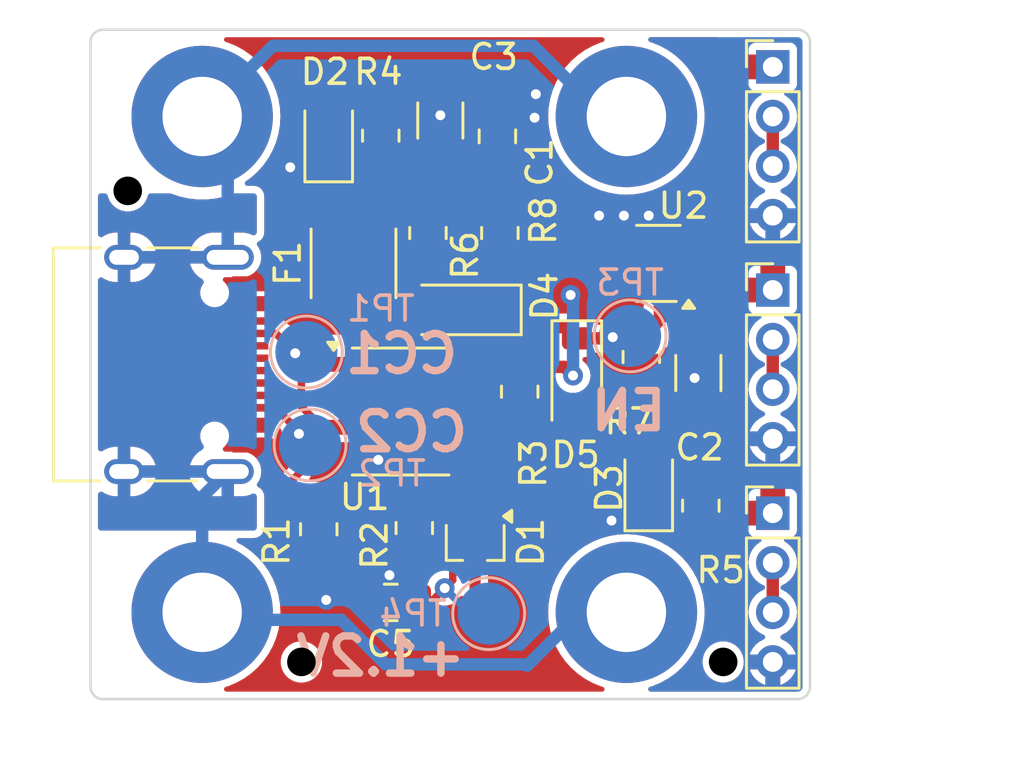
<source format=kicad_pcb>
(kicad_pcb (version 20240108) (generator "pcbnew") (generator_version "8.0")
  (layers (0 "F.Cu" signal) (31 "B.Cu" signal) (34 "B.Paste" user) (35 "F.Paste" user) (36 "B.SilkS" user "B.Silkscreen") (37 "F.SilkS" user "F.Silkscreen") (38 "B.Mask" user) (39 "F.Mask" user) (44 "Edge.Cuts" user))
  (net 0 "")
  (net 1 "GND")
  (net 2 "VBUS")
  (net 3 "+5V")
  (net 5 "CC1")
  (net 7 "CC2")
  (net 8 "+1V2")
  (net 9 "Net-(D2-A)")
  (net 10 "Net-(D3-A)")
  (net 11 "Net-(J3-Pin_2)")
  (net 12 "Net-(J4-Pin_2)")
  (net 13 "EN")
  (net 14 "GNDPWR")
  (net 15 "Net-(J2-Pin_2)")
  (net 16 "Net-(F1-Pad1)")
  (net 21 "Net-(D4-A)")
  (net 22 "Net-(D5-A)")
  (footprint "MountingHole:MountingHole_3.2mm_M3_ISO7380_Pad" (layer "F.Cu") (at 20.1 10)
    (property "Reference" "H4")
    (property "Value" "MountingHole_Pad")
    (pad "1" thru_hole circle (at 0 0) (size 5.7 5.7) (drill 3.2) (layers "*.Cu" "*.Mask") (net 14 "GNDPWR"))
  )
  (footprint "Fuse:Fuse_1812_4532Metric_Pad1.30x3.40mm_HandSolder" (layer "F.Cu") (at 9.1 -4.075 90)
    (property "Reference" "F1" (at 0 -2.65 270) (layer "F.SilkS"))
    (property "Value" "1812L300MR")
    (fp_line (start -1.386252 -1.71) (end 1.386252 -1.71) (stroke (width 0.12)) (layer "F.SilkS"))
    (fp_line (start -1.386252 1.71) (end 1.386252 1.71) (stroke (width 0.12)) (layer "F.SilkS"))
    (pad "1" smd roundrect (at -2.225 0 90) (size 1.3 3.4) (layers "F.Cu" "F.Paste" "F.Mask") (roundrect_rratio 0.192308) (net 16 "Net-(F1-Pad1)"))
    (pad "2" smd roundrect (at 2.225 0 90) (size 1.3 3.4) (layers "F.Cu" "F.Paste" "F.Mask") (roundrect_rratio 0.192308) (net 2 "VBUS"))
  )
  (footprint "Package_TO_SOT_SMD:SOT-323_SC-70_Handsoldering" (layer "F.Cu") (at 14 7.17 -90)
    (property "Reference" "D1" (at 0 -2.25 90) (layer "F.SilkS"))
    (property "Value" "D_Zener")
    (fp_line (start -0.675 1.16) (end 0.735 1.16) (stroke (width 0.12)) (layer "F.SilkS"))
    (fp_line (start 0.735 0.5) (end 0.735 1.16) (stroke (width 0.12)) (layer "F.SilkS"))
    (fp_line (start -0.675 -1.17) (end 0.735 -1.17) (stroke (width 0.12)) (layer "F.SilkS"))
    (fp_line (start 0.735 -1.17) (end 0.735 -0.5) (stroke (width 0.12)) (layer "F.SilkS"))
    (fp_poly (pts (xy -1.045 -1.15) (xy -1.285 -1.48) (xy -0.805 -1.48) (xy -1.045 -1.15)) (stroke (width 0.12)) (fill solid) (layer "F.SilkS"))
    (pad "1" smd roundrect (at -1.33 -0.65 180) (size 0.45 1.5) (layers "F.Cu" "F.Paste" "F.Mask") (net 8 "+1V2"))
    (pad "2" smd roundrect (at -1.33 0.65 180) (size 0.45 1.5) (layers "F.Cu" "F.Paste" "F.Mask") (net 1 "GND"))
    (pad "3" smd roundrect (at 1.33 0 180) (size 0.45 1.5) (layers "F.Cu" "F.Paste" "F.Mask"))
  )
  (footprint "Resistor_SMD:R_0805_2012Metric_Pad1.20x1.40mm_HandSolder" (layer "F.Cu") (at 7.7 6.65 -90)
    (property "Reference" "R1" (at 0.5 1.7 90) (layer "F.SilkS"))
    (property "Value" "5.1k")
    (fp_line (start -0.227064 0.735) (end 0.227064 0.735) (stroke (width 0.12)) (layer "F.SilkS"))
    (fp_line (start -0.227064 -0.735) (end 0.227064 -0.735) (stroke (width 0.12)) (layer "F.SilkS"))
    (pad "1" smd roundrect (at -1 0 270) (size 1.2 1.4) (layers "F.Cu" "F.Paste" "F.Mask") (roundrect_rratio 0.208333) (net 5 "CC1"))
    (pad "2" smd roundrect (at 1 0 270) (size 1.2 1.4) (layers "F.Cu" "F.Paste" "F.Mask") (roundrect_rratio 0.208333) (net 1 "GND"))
  )
  (footprint "Connector_PinHeader_2.00mm:PinHeader_1x04_P2.00mm_Vertical" (layer "F.Cu") (at 26 -3)
    (property "Reference" "J3")
    (property "Value" "Conn_01x04")
    (fp_line (start -1.06 -1.06) (end 0 -1.06) (stroke (width 0.12)) (layer "F.SilkS"))
    (fp_line (start -1.06 0) (end -1.06 -1.06) (stroke (width 0.12)) (layer "F.SilkS"))
    (fp_line (start -1.06 1) (end -1.06 7.06) (stroke (width 0.12)) (layer "F.SilkS"))
    (fp_line (start -1.06 1) (end 1.06 1) (stroke (width 0.12)) (layer "F.SilkS"))
    (fp_line (start -1.06 7.06) (end 1.06 7.06) (stroke (width 0.12)) (layer "F.SilkS"))
    (fp_line (start 1.06 1) (end 1.06 7.06) (stroke (width 0.12)) (layer "F.SilkS"))
    (pad "1" thru_hole rect (at 0 0) (size 1.35 1.35) (drill 0.8) (layers "*.Cu" "*.Mask") (net 3 "+5V"))
    (pad "2" thru_hole oval (at 0 2) (size 1.35 1.35) (drill 0.8) (layers "*.Cu" "*.Mask") (net 11 "Net-(J3-Pin_2)"))
    (pad "3" thru_hole oval (at 0 4) (size 1.35 1.35) (drill 0.8) (layers "*.Cu" "*.Mask") (net 11 "Net-(J3-Pin_2)"))
    (pad "4" thru_hole oval (at 0 6) (size 1.35 1.35) (drill 0.8) (layers "*.Cu" "*.Mask") (net 1 "GND"))
  )
  (footprint "MountingHole:MountingHole_3.2mm_M3_ISO7380_Pad" (layer "F.Cu") (at 3 10)
    (property "Reference" "H2")
    (property "Value" "MountingHole_Pad")
    (pad "1" thru_hole circle (at 0 0) (size 5.7 5.7) (drill 3.2) (layers "*.Cu" "*.Mask") (net 14 "GNDPWR"))
  )
  (footprint "Package_SO:SOIC-8_3.9x4.9mm_P1.27mm" (layer "F.Cu") (at 11 1.9)
    (property "Reference" "U1" (at -1.45 3.45 360) (layer "F.SilkS"))
    (property "Value" "LM393")
    (fp_line (start 0 -2.56) (end -1.95 -2.56) (stroke (width 0.12)) (layer "F.SilkS"))
    (fp_line (start 0 -2.56) (end 1.95 -2.56) (stroke (width 0.12)) (layer "F.SilkS"))
    (fp_line (start 0 2.56) (end -1.95 2.56) (stroke (width 0.12)) (layer "F.SilkS"))
    (fp_line (start 0 2.56) (end 1.95 2.56) (stroke (width 0.12)) (layer "F.SilkS"))
    (fp_poly (pts (xy -2.7 -2.465) (xy -2.94 -2.795) (xy -2.46 -2.795) (xy -2.7 -2.465)) (stroke (width 0.12)) (fill solid) (layer "F.SilkS"))
    (pad "1" smd roundrect (at -2.475 -1.905) (size 1.95 0.6) (layers "F.Cu" "F.Paste" "F.Mask") (net 21 "Net-(D4-A)"))
    (pad "2" smd roundrect (at -2.475 -0.635) (size 1.95 0.6) (layers "F.Cu" "F.Paste" "F.Mask") (net 8 "+1V2"))
    (pad "3" smd roundrect (at -2.475 0.635) (size 1.95 0.6) (layers "F.Cu" "F.Paste" "F.Mask") (net 5 "CC1"))
    (pad "4" smd roundrect (at -2.475 1.905) (size 1.95 0.6) (layers "F.Cu" "F.Paste" "F.Mask") (net 1 "GND"))
    (pad "5" smd roundrect (at 2.475 1.905) (size 1.95 0.6) (layers "F.Cu" "F.Paste" "F.Mask") (net 7 "CC2"))
    (pad "6" smd roundrect (at 2.475 0.635) (size 1.95 0.6) (layers "F.Cu" "F.Paste" "F.Mask") (net 8 "+1V2"))
    (pad "7" smd roundrect (at 2.475 -0.635) (size 1.95 0.6) (layers "F.Cu" "F.Paste" "F.Mask") (net 22 "Net-(D5-A)"))
    (pad "8" smd roundrect (at 2.475 -1.905) (size 1.95 0.6) (layers "F.Cu" "F.Paste" "F.Mask") (net 2 "VBUS"))
  )
  (footprint "Resistor_SMD:R_0805_2012Metric_Pad1.20x1.40mm_HandSolder" (layer "F.Cu") (at 15.8 1.1 -90)
    (property "Reference" "R3" (at 2.9 -0.55 90) (layer "F.SilkS"))
    (property "Value" "4.7K")
    (fp_line (start -0.227064 0.735) (end 0.227064 0.735) (stroke (width 0.12)) (layer "F.SilkS"))
    (fp_line (start -0.227064 -0.735) (end 0.227064 -0.735) (stroke (width 0.12)) (layer "F.SilkS"))
    (pad "1" smd roundrect (at -1 0 270) (size 1.2 1.4) (layers "F.Cu" "F.Paste" "F.Mask") (roundrect_rratio 0.208333) (net 2 "VBUS"))
    (pad "2" smd roundrect (at 1 0 270) (size 1.2 1.4) (layers "F.Cu" "F.Paste" "F.Mask") (roundrect_rratio 0.208333) (net 8 "+1V2"))
  )
  (footprint "Resistor_SMD:R_0805_2012Metric_Pad1.20x1.40mm_HandSolder" (layer "F.Cu") (at 20.7 -0.3 -90)
    (property "Reference" "R7" (at 2.6 0.5 180) (layer "F.SilkS"))
    (property "Value" "100k")
    (fp_line (start -0.227064 0.735) (end 0.227064 0.735) (stroke (width 0.12)) (layer "F.SilkS"))
    (fp_line (start -0.227064 -0.735) (end 0.227064 -0.735) (stroke (width 0.12)) (layer "F.SilkS"))
    (pad "1" smd roundrect (at -1 0 270) (size 1.2 1.4) (layers "F.Cu" "F.Paste" "F.Mask") (roundrect_rratio 0.208333) (net 13 "EN"))
    (pad "2" smd roundrect (at 1 0 270) (size 1.2 1.4) (layers "F.Cu" "F.Paste" "F.Mask") (roundrect_rratio 0.208333) (net 1 "GND"))
  )
  (footprint "Capacitor_SMD:C_1206_3216Metric_Pad1.33x1.80mm_HandSolder" (layer "F.Cu") (at 12.6 -9.8375 90)
    (property "Reference" "C3" (at 2.5625 2.15 0) (layer "F.SilkS"))
    (property "Value" "22uF")
    (fp_line (start -0.711252 -0.91) (end 0.711252 -0.91) (stroke (width 0.12)) (layer "F.SilkS"))
    (fp_line (start -0.711252 0.91) (end 0.711252 0.91) (stroke (width 0.12)) (layer "F.SilkS"))
    (pad "1" smd roundrect (at -1.5625 0 90) (size 1.325 1.8) (layers "F.Cu" "F.Paste" "F.Mask") (roundrect_rratio 0.188679) (net 2 "VBUS"))
    (pad "2" smd roundrect (at 1.5625 0 90) (size 1.325 1.8) (layers "F.Cu" "F.Paste" "F.Mask") (roundrect_rratio 0.188679) (net 1 "GND"))
  )
  (footprint "Diode_SMD:D_SOD-123" (layer "F.Cu") (at 13.5 -2.2 180)
    (property "Reference" "D4" (at -3.3 0.55 -90) (layer "F.SilkS"))
    (property "Value" "1N4148W")
    (fp_line (start -2.36 1) (end 1.65 1) (stroke (width 0.12)) (layer "F.SilkS"))
    (fp_line (start -2.36 -1) (end 1.65 -1) (stroke (width 0.12)) (layer "F.SilkS"))
    (fp_line (start -2.36 -1) (end -2.36 1) (stroke (width 0.12)) (layer "F.SilkS"))
    (pad "1" smd roundrect (at -1.65 0 180) (size 0.9 1.2) (layers "F.Cu" "F.Paste" "F.Mask") (net 13 "EN"))
    (pad "2" smd roundrect (at 1.65 0 180) (size 0.9 1.2) (layers "F.Cu" "F.Paste" "F.Mask") (net 21 "Net-(D4-A)"))
  )
  (footprint "LED_SMD:LED_0805_2012Metric_Pad1.15x1.40mm_HandSolder" (layer "F.Cu") (at 8.1 -9.225 90)
    (property "Reference" "D2" (at 2.575 -0.15 0) (layer "F.SilkS"))
    (property "Value" "LED")
    (fp_line (start 1 -0.96) (end -1.86 -0.96) (stroke (width 0.12)) (layer "F.SilkS"))
    (fp_line (start -1.86 -0.96) (end -1.86 0.96) (stroke (width 0.12)) (layer "F.SilkS"))
    (fp_line (start -1.86 0.96) (end 1 0.96) (stroke (width 0.12)) (layer "F.SilkS"))
    (pad "1" smd roundrect (at -1.025 0 90) (size 1.15 1.4) (layers "F.Cu" "F.Paste" "F.Mask") (roundrect_rratio 0.217391) (net 1 "GND"))
    (pad "2" smd roundrect (at 1.025 0 90) (size 1.15 1.4) (layers "F.Cu" "F.Paste" "F.Mask") (roundrect_rratio 0.217391) (net 9 "Net-(D2-A)"))
  )
  (footprint "Capacitor_SMD:C_0805_2012Metric_Pad1.18x1.45mm_HandSolder" (layer "F.Cu") (at 10.6 9.6 180)
    (property "Reference" "C5" (at 0 -1.68 180) (layer "F.SilkS"))
    (property "Value" "100nF")
    (fp_line (start -0.261252 0.735) (end 0.261252 0.735) (stroke (width 0.12)) (layer "F.SilkS"))
    (fp_line (start -0.261252 -0.735) (end 0.261252 -0.735) (stroke (width 0.12)) (layer "F.SilkS"))
    (pad "1" smd roundrect (at -1.0375 0 180) (size 1.175 1.45) (layers "F.Cu" "F.Paste" "F.Mask") (roundrect_rratio 0.212766) (net 8 "+1V2"))
    (pad "2" smd roundrect (at 1.0375 0 180) (size 1.175 1.45) (layers "F.Cu" "F.Paste" "F.Mask") (roundrect_rratio 0.212766) (net 1 "GND"))
  )
  (footprint "LED_SMD:LED_0805_2012Metric_Pad1.15x1.40mm_HandSolder" (layer "F.Cu") (at 21 4.85 90)
    (property "Reference" "D3" (at -0.15 -1.6 270) (layer "F.SilkS"))
    (property "Value" "LED")
    (fp_line (start 1 -0.96) (end -1.86 -0.96) (stroke (width 0.12)) (layer "F.SilkS"))
    (fp_line (start -1.86 -0.96) (end -1.86 0.96) (stroke (width 0.12)) (layer "F.SilkS"))
    (fp_line (start -1.86 0.96) (end 1 0.96) (stroke (width 0.12)) (layer "F.SilkS"))
    (pad "1" smd roundrect (at -1.025 0 90) (size 1.15 1.4) (layers "F.Cu" "F.Paste" "F.Mask") (roundrect_rratio 0.217391) (net 1 "GND"))
    (pad "2" smd roundrect (at 1.025 0 90) (size 1.15 1.4) (layers "F.Cu" "F.Paste" "F.Mask") (roundrect_rratio 0.217391) (net 10 "Net-(D3-A)"))
  )
  (footprint "Connector_PinHeader_2.00mm:PinHeader_1x04_P2.00mm_Vertical" (layer "F.Cu") (at 26 -12)
    (property "Reference" "J2")
    (property "Value" "Conn_01x04")
    (fp_line (start -1.06 -1.06) (end 0 -1.06) (stroke (width 0.12)) (layer "F.SilkS"))
    (fp_line (start -1.06 0) (end -1.06 -1.06) (stroke (width 0.12)) (layer "F.SilkS"))
    (fp_line (start -1.06 1) (end -1.06 7.06) (stroke (width 0.12)) (layer "F.SilkS"))
    (fp_line (start -1.06 1) (end 1.06 1) (stroke (width 0.12)) (layer "F.SilkS"))
    (fp_line (start -1.06 7.06) (end 1.06 7.06) (stroke (width 0.12)) (layer "F.SilkS"))
    (fp_line (start 1.06 1) (end 1.06 7.06) (stroke (width 0.12)) (layer "F.SilkS"))
    (pad "1" thru_hole rect (at 0 0) (size 1.35 1.35) (drill 0.8) (layers "*.Cu" "*.Mask") (net 3 "+5V"))
    (pad "2" thru_hole oval (at 0 2) (size 1.35 1.35) (drill 0.8) (layers "*.Cu" "*.Mask") (net 15 "Net-(J2-Pin_2)"))
    (pad "3" thru_hole oval (at 0 4) (size 1.35 1.35) (drill 0.8) (layers "*.Cu" "*.Mask") (net 15 "Net-(J2-Pin_2)"))
    (pad "4" thru_hole oval (at 0 6) (size 1.35 1.35) (drill 0.8) (layers "*.Cu" "*.Mask") (net 1 "GND"))
  )
  (footprint "Package_TO_SOT_SMD:TSOT-23-6_HandSoldering" (layer "F.Cu") (at 21.39 -4.05 180)
    (property "Reference" "U2" (at -1.01 2.35 0) (layer "F.SilkS"))
    (property "Value" "SiP32509")
    (fp_line (start 0.08 -1.51) (end 0.88 -1.51) (stroke (width 0.12)) (layer "F.SilkS"))
    (fp_line (start 0.08 -1.51) (end -0.72 -1.51) (stroke (width 0.12)) (layer "F.SilkS"))
    (fp_line (start -0.88 1.56) (end 0.88 1.56) (stroke (width 0.12)) (layer "F.SilkS"))
    (fp_poly (pts (xy -1.22 -1.46) (xy -1.46 -1.79) (xy -0.98 -1.79) (xy -1.22 -1.46)) (stroke (width 0.12)) (fill solid) (layer "F.SilkS"))
    (pad "1" smd roundrect (at -1.71 -0.95 180) (size 2 0.65) (layers "F.Cu" "F.Paste" "F.Mask") (net 3 "+5V"))
    (pad "2" smd roundrect (at -1.71 0 180) (size 2 0.65) (layers "F.Cu" "F.Paste" "F.Mask") (net 3 "+5V"))
    (pad "3" smd roundrect (at -1.71 0.95 180) (size 2 0.65) (layers "F.Cu" "F.Paste" "F.Mask") (net 13 "EN"))
    (pad "4" smd roundrect (at 1.71 0.95 180) (size 2 0.65) (layers "F.Cu" "F.Paste" "F.Mask") (net 1 "GND"))
    (pad "5" smd roundrect (at 1.71 0 180) (size 2 0.65) (layers "F.Cu" "F.Paste" "F.Mask") (net 2 "VBUS"))
    (pad "6" smd roundrect (at 1.71 -0.95 180) (size 2 0.65) (layers "F.Cu" "F.Paste" "F.Mask") (net 2 "VBUS"))
  )
  (footprint "Resistor_SMD:R_0805_2012Metric_Pad1.20x1.40mm_HandSolder" (layer "F.Cu") (at 12.1 -5.3 -90)
    (property "Reference" "R6" (at 0.9 -1.5 90) (layer "F.SilkS"))
    (property "Value" "1k")
    (fp_line (start -0.227064 0.735) (end 0.227064 0.735) (stroke (width 0.12)) (layer "F.SilkS"))
    (fp_line (start -0.227064 -0.735) (end 0.227064 -0.735) (stroke (width 0.12)) (layer "F.SilkS"))
    (pad "1" smd roundrect (at -1 0 270) (size 1.2 1.4) (layers "F.Cu" "F.Paste" "F.Mask") (roundrect_rratio 0.208333) (net 2 "VBUS"))
    (pad "2" smd roundrect (at 1 0 270) (size 1.2 1.4) (layers "F.Cu" "F.Paste" "F.Mask") (roundrect_rratio 0.208333) (net 21 "Net-(D4-A)"))
  )
  (footprint "Resistor_SMD:R_0805_2012Metric_Pad1.20x1.40mm_HandSolder" (layer "F.Cu") (at 23.1 5.7 90)
    (property "Reference" "R5" (at -2.6 0.8 0) (layer "F.SilkS"))
    (property "Value" "100")
    (fp_line (start -0.227064 -0.735) (end 0.227064 -0.735) (stroke (width 0.12)) (layer "F.SilkS"))
    (fp_line (start -0.227064 0.735) (end 0.227064 0.735) (stroke (width 0.12)) (layer "F.SilkS"))
    (pad "1" smd roundrect (at -1 0 90) (size 1.2 1.4) (layers "F.Cu" "F.Paste" "F.Mask") (roundrect_rratio 0.208333) (net 3 "+5V"))
    (pad "2" smd roundrect (at 1 0 90) (size 1.2 1.4) (layers "F.Cu" "F.Paste" "F.Mask") (roundrect_rratio 0.208333) (net 10 "Net-(D3-A)"))
  )
  (footprint "Capacitor_SMD:C_0805_2012Metric_Pad1.18x1.45mm_HandSolder" (layer "F.Cu") (at 14.9 -9.2 90)
    (property "Reference" "C1" (at -1.05 1.7 90) (layer "F.SilkS"))
    (property "Value" "4.7uF")
    (fp_line (start -0.261252 -0.735) (end 0.261252 -0.735) (stroke (width 0.12)) (layer "F.SilkS"))
    (fp_line (start -0.261252 0.735) (end 0.261252 0.735) (stroke (width 0.12)) (layer "F.SilkS"))
    (pad "1" smd roundrect (at -1.0375 0 90) (size 1.175 1.45) (layers "F.Cu" "F.Paste" "F.Mask") (roundrect_rratio 0.212766) (net 2 "VBUS"))
    (pad "2" smd roundrect (at 1.0375 0 90) (size 1.175 1.45) (layers "F.Cu" "F.Paste" "F.Mask") (roundrect_rratio 0.212766) (net 1 "GND"))
  )
  (footprint "USB-C-3-way-splitter-footprints:JLCPCB-tooling-hole" (layer "F.Cu") (at 24 12)
    (property "Reference" "H7")
    (property "Value" "MountingHole")
    (pad "" np_thru_hole circle (at 0 0) (size 2.286 2.286) (drill 1.152) (layers "*.Mask") (clearance 0.148))
  )
  (footprint "USB-C-3-way-splitter-footprints:JLCPCB-tooling-hole" (layer "F.Cu") (at 7 12)
    (property "Reference" "H6")
    (property "Value" "MountingHole")
    (pad "" np_thru_hole circle (at 0 0) (size 2.286 2.286) (drill 1.152) (layers "*.Mask") (clearance 0.148))
  )
  (footprint "Resistor_SMD:R_0805_2012Metric_Pad1.20x1.40mm_HandSolder" (layer "F.Cu") (at 10.2 -9.225 90)
    (property "Reference" "R4" (at 2.575 -0.1 0) (layer "F.SilkS"))
    (property "Value" "100")
    (fp_line (start -0.227064 -0.735) (end 0.227064 -0.735) (stroke (width 0.12)) (layer "F.SilkS"))
    (fp_line (start -0.227064 0.735) (end 0.227064 0.735) (stroke (width 0.12)) (layer "F.SilkS"))
    (pad "1" smd roundrect (at -1 0 90) (size 1.2 1.4) (layers "F.Cu" "F.Paste" "F.Mask") (roundrect_rratio 0.208333) (net 2 "VBUS"))
    (pad "2" smd roundrect (at 1 0 90) (size 1.2 1.4) (layers "F.Cu" "F.Paste" "F.Mask") (roundrect_rratio 0.208333) (net 9 "Net-(D2-A)"))
  )
  (footprint "MountingHole:MountingHole_3.2mm_M3_ISO7380_Pad" (layer "F.Cu") (at 3 -10)
    (property "Reference" "H1")
    (property "Value" "MountingHole_Pad")
    (pad "1" thru_hole circle (at 0 0) (size 5.7 5.7) (drill 3.2) (layers "*.Cu" "*.Mask") (net 14 "GNDPWR"))
  )
  (footprint "Resistor_SMD:R_0805_2012Metric_Pad1.20x1.40mm_HandSolder" (layer "F.Cu") (at 15 -5.3 -90)
    (property "Reference" "R8" (at -0.5 -1.75 90) (layer "F.SilkS"))
    (property "Value" "1k")
    (fp_line (start -0.227064 0.735) (end 0.227064 0.735) (stroke (width 0.12)) (layer "F.SilkS"))
    (fp_line (start -0.227064 -0.735) (end 0.227064 -0.735) (stroke (width 0.12)) (layer "F.SilkS"))
    (pad "1" smd roundrect (at -1 0 270) (size 1.2 1.4) (layers "F.Cu" "F.Paste" "F.Mask") (roundrect_rratio 0.208333) (net 2 "VBUS"))
    (pad "2" smd roundrect (at 1 0 270) (size 1.2 1.4) (layers "F.Cu" "F.Paste" "F.Mask") (roundrect_rratio 0.208333) (net 22 "Net-(D5-A)"))
  )
  (footprint "Resistor_SMD:R_0805_2012Metric_Pad1.20x1.40mm_HandSolder" (layer "F.Cu") (at 11.55 6.6 -90)
    (property "Reference" "R2" (at 0.7 1.6 90) (layer "F.SilkS"))
    (property "Value" "5.1k")
    (fp_line (start -0.227064 0.735) (end 0.227064 0.735) (stroke (width 0.12)) (layer "F.SilkS"))
    (fp_line (start -0.227064 -0.735) (end 0.227064 -0.735) (stroke (width 0.12)) (layer "F.SilkS"))
    (pad "1" smd roundrect (at -1 0 270) (size 1.2 1.4) (layers "F.Cu" "F.Paste" "F.Mask") (roundrect_rratio 0.208333) (net 7 "CC2"))
    (pad "2" smd roundrect (at 1 0 270) (size 1.2 1.4) (layers "F.Cu" "F.Paste" "F.Mask") (roundrect_rratio 0.208333) (net 1 "GND"))
  )
  (footprint "Connector_USB:USB_C_Receptacle_HRO_TYPE-C-31-M-12" (layer "F.Cu") (at 0.9 0 -90)
    (property "Reference" "J1")
    (property "Value" "USB_C_Receptacle_USB2.0" (hide yes))
    (fp_line (start -4.7 3.9) (end 4.7 3.9) (stroke (width 0.12)) (layer "F.SilkS"))
    (fp_line (start -4.7 2) (end -4.7 3.9) (stroke (width 0.12)) (layer "F.SilkS"))
    (fp_line (start 4.7 2) (end 4.7 3.9) (stroke (width 0.12)) (layer "F.SilkS"))
    (fp_line (start -4.7 -1.9) (end -4.7 0.1) (stroke (width 0.12)) (layer "F.SilkS"))
    (fp_line (start 4.7 -1.9) (end 4.7 0.1) (stroke (width 0.12)) (layer "F.SilkS"))
    (pad "" np_thru_hole circle (at -2.89 -2.6 270) (size 0.65 0.65) (drill 0.65) (layers "*.Cu" "*.Mask"))
    (pad "" np_thru_hole circle (at 2.89 -2.6 270) (size 0.65 0.65) (drill 0.65) (layers "*.Cu" "*.Mask"))
    (pad "A1" smd rect (at -3.25 -4.045 270) (size 0.6 1.45) (layers "F.Cu" "F.Paste" "F.Mask") (net 1 "GND"))
    (pad "A4" smd rect (at -2.45 -4.045 270) (size 0.6 1.45) (layers "F.Cu" "F.Paste" "F.Mask") (net 16 "Net-(F1-Pad1)"))
    (pad "A5" smd rect (at -1.25 -4.045 270) (size 0.3 1.45) (layers "F.Cu" "F.Paste" "F.Mask") (net 5 "CC1"))
    (pad "A6" smd rect (at -0.25 -4.045 270) (size 0.3 1.45) (layers "F.Cu" "F.Paste" "F.Mask"))
    (pad "A7" smd rect (at 0.25 -4.045 270) (size 0.3 1.45) (layers "F.Cu" "F.Paste" "F.Mask"))
    (pad "A8" smd rect (at 1.25 -4.045 270) (size 0.3 1.45) (layers "F.Cu" "F.Paste" "F.Mask"))
    (pad "A9" smd rect (at 2.45 -4.045 270) (size 0.6 1.45) (layers "F.Cu" "F.Paste" "F.Mask") (net 16 "Net-(F1-Pad1)"))
    (pad "A12" smd rect (at 3.25 -4.045 270) (size 0.6 1.45) (layers "F.Cu" "F.Paste" "F.Mask") (net 1 "GND"))
    (pad "B1" smd rect (at 3.25 -4.045 270) (size 0.6 1.45) (layers "F.Cu" "F.Paste" "F.Mask") (net 1 "GND"))
    (pad "B4" smd rect (at 2.45 -4.045 270) (size 0.6 1.45) (layers "F.Cu" "F.Paste" "F.Mask") (net 16 "Net-(F1-Pad1)"))
    (pad "B5" smd rect (at 1.75 -4.045 270) (size 0.3 1.45) (layers "F.Cu" "F.Paste" "F.Mask") (net 7 "CC2"))
    (pad "B6" smd rect (at 0.75 -4.045 270) (size 0.3 1.45) (layers "F.Cu" "F.Paste" "F.Mask"))
    (pad "B7" smd rect (at -0.75 -4.045 270) (size 0.3 1.45) (layers "F.Cu" "F.Paste" "F.Mask"))
    (pad "B8" smd rect (at -1.75 -4.045 270) (size 0.3 1.45) (layers "F.Cu" "F.Paste" "F.Mask"))
    (pad "B9" smd rect (at -2.45 -4.045 270) (size 0.6 1.45) (layers "F.Cu" "F.Paste" "F.Mask") (net 16 "Net-(F1-Pad1)"))
    (pad "B12" smd rect (at -3.25 -4.045 270) (size 0.6 1.45) (layers "F.Cu" "F.Paste" "F.Mask") (net 1 "GND"))
    (pad "S1" thru_hole oval (at -4.32 -3.13 270) (size 1 2.1) (drill oval 0.6 1.7) (layers "*.Cu" "*.Mask") (net 14 "GNDPWR"))
    (pad "S1" thru_hole oval (at -4.32 1.05 270) (size 1 1.6) (drill oval 0.6 1.2) (layers "*.Cu" "*.Mask") (net 14 "GNDPWR"))
    (pad "S1" thru_hole oval (at 4.32 -3.13 270) (size 1 2.1) (drill oval 0.6 1.7) (layers "*.Cu" "*.Mask") (net 14 "GNDPWR"))
    (pad "S1" thru_hole oval (at 4.32 1.05 270) (size 1 1.6) (drill oval 0.6 1.2) (layers "*.Cu" "*.Mask") (net 14 "GNDPWR"))
  )
  (footprint "MountingHole:MountingHole_3.2mm_M3_ISO7380_Pad" (layer "F.Cu") (at 20.1 -10)
    (property "Reference" "H3")
    (property "Value" "MountingHole_Pad")
    (pad "1" thru_hole circle (at 0 0) (size 5.7 5.7) (drill 3.2) (layers "*.Cu" "*.Mask") (net 14 "GNDPWR"))
  )
  (footprint "Connector_PinHeader_2.00mm:PinHeader_1x04_P2.00mm_Vertical" (layer "F.Cu") (at 26 6)
    (property "Reference" "J4")
    (property "Value" "Conn_01x04")
    (fp_line (start -1.06 -1.06) (end 0 -1.06) (stroke (width 0.12)) (layer "F.SilkS"))
    (fp_line (start -1.06 0) (end -1.06 -1.06) (stroke (width 0.12)) (layer "F.SilkS"))
    (fp_line (start -1.06 1) (end -1.06 7.06) (stroke (width 0.12)) (layer "F.SilkS"))
    (fp_line (start -1.06 1) (end 1.06 1) (stroke (width 0.12)) (layer "F.SilkS"))
    (fp_line (start -1.06 7.06) (end 1.06 7.06) (stroke (width 0.12)) (layer "F.SilkS"))
    (fp_line (start 1.06 1) (end 1.06 7.06) (stroke (width 0.12)) (layer "F.SilkS"))
    (pad "1" thru_hole rect (at 0 0) (size 1.35 1.35) (drill 0.8) (layers "*.Cu" "*.Mask") (net 3 "+5V"))
    (pad "2" thru_hole oval (at 0 2) (size 1.35 1.35) (drill 0.8) (layers "*.Cu" "*.Mask") (net 12 "Net-(J4-Pin_2)"))
    (pad "3" thru_hole oval (at 0 4) (size 1.35 1.35) (drill 0.8) (layers "*.Cu" "*.Mask") (net 12 "Net-(J4-Pin_2)"))
    (pad "4" thru_hole oval (at 0 6) (size 1.35 1.35) (drill 0.8) (layers "*.Cu" "*.Mask") (net 1 "GND"))
  )
  (footprint "USB-C-3-way-splitter-footprints:JLCPCB-tooling-hole" (layer "F.Cu") (at 0 -7)
    (property "Reference" "H5")
    (property "Value" "MountingHole")
    (pad "" np_thru_hole circle (at 0 0) (size 2.286 2.286) (drill 1.152) (layers "*.Mask") (clearance 0.148))
  )
  (footprint "Diode_SMD:D_SOD-123" (layer "F.Cu") (at 18.1 0.6 -90)
    (property "Reference" "D5" (at 3.05 0.05 180) (layer "F.SilkS"))
    (property "Value" "1N4148W")
    (fp_line (start -2.36 1) (end 1.65 1) (stroke (width 0.12)) (layer "F.SilkS"))
    (fp_line (start -2.36 -1) (end -2.36 1) (stroke (width 0.12)) (layer "F.SilkS"))
    (fp_line (start -2.36 -1) (end 1.65 -1) (stroke (width 0.12)) (layer "F.SilkS"))
    (pad "1" smd roundrect (at -1.65 0 270) (size 0.9 1.2) (layers "F.Cu" "F.Paste" "F.Mask") (net 13 "EN"))
    (pad "2" smd roundrect (at 1.65 0 270) (size 0.9 1.2) (layers "F.Cu" "F.Paste" "F.Mask") (net 22 "Net-(D5-A)"))
  )
  (footprint "Capacitor_SMD:C_1206_3216Metric_Pad1.33x1.80mm_HandSolder" (layer "F.Cu") (at 23 0.35 -90)
    (property "Reference" "C2" (at 3 -0.05 180) (layer "F.SilkS"))
    (property "Value" "22uF")
    (fp_line (start -0.711252 0.91) (end 0.711252 0.91) (stroke (width 0.12)) (layer "F.SilkS"))
    (fp_line (start -0.711252 -0.91) (end 0.711252 -0.91) (stroke (width 0.12)) (layer "F.SilkS"))
    (pad "1" smd roundrect (at -1.5625 0 270) (size 1.325 1.8) (layers "F.Cu" "F.Paste" "F.Mask") (roundrect_rratio 0.188679) (net 3 "+5V"))
    (pad "2" smd roundrect (at 1.5625 0 270) (size 1.325 1.8) (layers "F.Cu" "F.Paste" "F.Mask") (roundrect_rratio 0.188679) (net 1 "GND"))
  )
  (footprint "TestPoint:TestPoint_Pad_D2.5mm" (layer "B.Cu") (at 14.55 10.05 180)
    (property "Reference" "TP4" (at 3.05 0 180) (layer "B.SilkS") (effects (justify mirror)))
    (property "Value" "TestPoint")
    (fp_circle (center 0 0) (end 0 -1.45) (stroke (width 0.12)) (fill none) (layer "B.SilkS"))
    (pad "1" smd circle (at 0 0 180) (size 2.5 2.5) (layers "B.Cu" "B.Mask") (net 8 "+1V2"))
  )
  (footprint "TestPoint:TestPoint_Pad_D2.5mm" (layer "B.Cu") (at 7.35 3.25 180)
    (property "Reference" "TP2" (at -3.3 -1.15 180) (layer "B.SilkS") (effects (justify mirror)))
    (property "Value" "TestPoint")
    (fp_circle (center 0 0) (end 0 -1.45) (stroke (width 0.12)) (fill none) (layer "B.SilkS"))
    (pad "1" smd circle (at 0 0 180) (size 2.5 2.5) (layers "B.Cu" "B.Mask") (net 7 "CC2"))
  )
  (footprint "TestPoint:TestPoint_Pad_D2.5mm" (layer "B.Cu") (at 20.25 -1.15 180)
    (property "Reference" "TP3" (at 0 2.148 180) (layer "B.SilkS") (effects (justify mirror)))
    (property "Value" "TestPoint")
    (fp_circle (center 0 0) (end 0 -1.45) (stroke (width 0.12)) (fill none) (layer "B.SilkS"))
    (pad "1" smd circle (at 0 0 180) (size 2.5 2.5) (layers "B.Cu" "B.Mask") (net 13 "EN"))
  )
  (footprint "TestPoint:TestPoint_Pad_D2.5mm" (layer "B.Cu") (at 7.2 -0.5 180)
    (property "Reference" "TP1" (at -3 1.75 180) (layer "B.SilkS") (effects (justify mirror)))
    (property "Value" "TestPoint")
    (fp_circle (center 0 0) (end 0 -1.45) (stroke (width 0.12)) (fill none) (layer "B.SilkS"))
    (pad "1" smd circle (at 0 0 180) (size 2.5 2.5) (layers "B.Cu" "B.Mask") (net 5 "CC1"))
  )
  (gr_line (start 27 -13.5) (end -1 -13.5) (stroke (width 0.1)) (layer "Edge.Cuts"))
  (gr_line (start 27.5 -13) (end 27.5 13) (stroke (width 0.1)) (layer "Edge.Cuts"))
  (gr_arc (start 27 -13.5) (mid 27.353553 -13.353553) (end 27.5 -13) (stroke (width 0.1)) (layer "Edge.Cuts"))
  (gr_line (start 27 13.5) (end -1 13.5) (stroke (width 0.1)) (layer "Edge.Cuts"))
  (gr_arc (start -1 13.5) (mid -1.353553 13.353553) (end -1.5 13) (stroke (width 0.1)) (layer "Edge.Cuts"))
  (gr_line (start -1.5 -13) (end -1.5 13) (stroke (width 0.1)) (layer "Edge.Cuts"))
  (gr_arc (start -1.5 -13) (mid -1.353553 -13.353553) (end -1 -13.5) (stroke (width 0.1)) (layer "Edge.Cuts"))
  (gr_arc (start 27.5 13) (mid 27.353553 13.353553) (end 27 13.5) (stroke (width 0.1)) (layer "Edge.Cuts"))
  (gr_text "EN" (at 21.85 2.75 0) (layer "B.SilkS") (effects (font (size 1.5 1.5) (thickness 0.3) (bold yes)) (justify left bottom mirror)))
  (gr_text "CC1" (at 13.45 0.45 0) (layer "B.SilkS") (effects (font (size 1.5 1.5) (thickness 0.3) (bold yes)) (justify left bottom mirror)))
  (gr_text "CC2" (at 13.85 3.6 0) (layer "B.SilkS") (effects (font (size 1.5 1.5) (thickness 0.3) (bold yes)) (justify left bottom mirror)))
  (gr_text "+1.2V" (at 13.75 12.65 0) (layer "B.SilkS") (effects (font (size 1.5 1.5) (thickness 0.3) (bold yes)) (justify left bottom mirror)))
  (segment (start 8.525 3.805) (end 10.055 3.805) (width 0.5) (layer "F.Cu") (net 1))
  (segment (start 10.055 3.805) (end 10.1 3.85) (width 0.5) (layer "F.Cu") (net 1))
  (via (at 20 -6) (size 0.8) (drill 0.4) (layers "F.Cu" "B.Cu") (net 1))
  (via (at 10.1 3.85) (size 0.8) (drill 0.4) (layers "F.Cu" "B.Cu") (net 1))
  (via (at 16.4 -9.95) (size 0.8) (drill 0.4) (layers "F.Cu" "B.Cu") (net 1))
  (via (at 22.85 0.55) (size 0.8) (drill 0.4) (layers "F.Cu" "B.Cu") (net 1))
  (via (at 10.55 8.5) (size 0.8) (drill 0.4) (layers "F.Cu" "B.Cu") (net 1))
  (via (at 16.45 -10.9) (size 0.8) (drill 0.4) (layers "F.Cu" "B.Cu") (net 1))
  (via (at 12.6 -10.05) (size 0.8) (drill 0.4) (layers "F.Cu" "B.Cu") (net 1))
  (via (at 21 -6) (size 0.8) (drill 0.4) (layers "F.Cu" "B.Cu") (net 1))
  (via (at 19.5 6.3) (size 0.8) (drill 0.4) (layers "F.Cu" "B.Cu") (net 1))
  (via (at 19 -6) (size 0.8) (drill 0.4) (layers "F.Cu" "B.Cu") (net 1))
  (via (at 6.55 -7.95) (size 0.8) (drill 0.4) (layers "F.Cu" "B.Cu") (net 1))
  (via (at 8 9.5) (size 0.8) (drill 0.4) (layers "F.Cu" "B.Cu") (net 1))
  (segment (start 15.8 0.1) (end 17.6 0.1) (width 0.5) (layer "F.Cu") (net 2))
  (segment (start 17.6 0.1) (end 17.95 0.45) (width 0.5) (layer "F.Cu") (net 2))
  (segment (start 13.58 0.1) (end 13.475 -0.005) (width 0.5) (layer "F.Cu") (net 2))
  (segment (start 15.8 0.1) (end 13.58 0.1) (width 0.5) (layer "F.Cu") (net 2))
  (via (at 17.85 -2.8) (size 0.8) (drill 0.4) (layers "F.Cu" "B.Cu") (net 2))
  (via (at 17.95 0.45) (size 0.8) (drill 0.4) (layers "F.Cu" "B.Cu") (net 2))
  (segment (start 17.95 -2.7) (end 17.85 -2.8) (width 0.5) (layer "B.Cu") (net 2))
  (segment (start 17.95 0.45) (end 17.95 -2.7) (width 0.5) (layer "B.Cu") (net 2))
  (segment (start 25.15 6) (end 26 6) (width 0.5) (layer "F.Cu") (net 3))
  (segment (start 23.1 6.7) (end 24.45 6.7) (width 0.5) (layer "F.Cu") (net 3))
  (segment (start 24.45 6.7) (end 25.15 6) (width 0.5) (layer "F.Cu") (net 3))
  (segment (start 26.0375 6.0625) (end 26.1 6) (width 1) (layer "F.Cu") (net 3))
  (segment (start 6.75 -0.45) (end 6.77 -0.45) (width 0.3) (layer "F.Cu") (net 5))
  (segment (start 6.75 -0.47) (end 6.75 -0.45) (width 0.3) (layer "F.Cu") (net 5))
  (segment (start 4.945 -1.25) (end 5.97 -1.25) (width 0.3) (layer "F.Cu") (net 5))
  (segment (start 5.97 -1.25) (end 6.75 -0.47) (width 0.3) (layer "F.Cu") (net 5))
  (segment (start 11 4.25) (end 9.65 5.6) (width 0.3) (layer "F.Cu") (net 5))
  (segment (start 7.835 2.535) (end 8.525 2.535) (width 0.3) (layer "F.Cu") (net 5))
  (segment (start 10.185 2.535) (end 11 3.35) (width 0.3) (layer "F.Cu") (net 5))
  (segment (start 9.65 5.6) (end 7.75 5.6) (width 0.3) (layer "F.Cu") (net 5))
  (segment (start 8.525 2.535) (end 10.185 2.535) (width 0.3) (layer "F.Cu") (net 5))
  (segment (start 11 3.35) (end 11 4.25) (width 0.3) (layer "F.Cu") (net 5))
  (segment (start 7 1.7) (end 7.835 2.535) (width 0.3) (layer "F.Cu") (net 5))
  (segment (start 6.77 -0.45) (end 7 -0.22) (width 0.3) (layer "F.Cu") (net 5))
  (segment (start 7 -0.22) (end 7 1.7) (width 0.3) (layer "F.Cu") (net 5))
  (segment (start 7.75 5.6) (end 7.7 5.65) (width 0.3) (layer "F.Cu") (net 5))
  (via (at 6.75 -0.45) (size 0.8) (drill 0.4) (layers "F.Cu" "B.Cu") (net 5))
  (segment (start 6.95 4.35) (end 6.95 2.75) (width 0.3) (layer "F.Cu") (net 7))
  (segment (start 9.6 6.6) (end 6.75 6.6) (width 0.3) (layer "F.Cu") (net 7))
  (segment (start 11.55 5.6) (end 10.6 5.6) (width 0.3) (layer "F.Cu") (net 7))
  (segment (start 6.3 6.15) (end 6.3 5) (width 0.3) (layer "F.Cu") (net 7))
  (segment (start 11.55 4.5) (end 12.245 3.805) (width 0.3) (layer "F.Cu") (net 7))
  (segment (start 6.95 2.75) (end 5.95 1.75) (width 0.3) (layer "F.Cu") (net 7))
  (segment (start 6.3 5) (end 6.95 4.35) (width 0.3) (layer "F.Cu") (net 7))
  (segment (start 12.245 3.805) (end 13.475 3.805) (width 0.3) (layer "F.Cu") (net 7))
  (segment (start 5.95 1.75) (end 4.945 1.75) (width 0.3) (layer "F.Cu") (net 7))
  (segment (start 11.55 5.6) (end 11.55 4.5) (width 0.3) (layer "F.Cu") (net 7))
  (segment (start 10.6 5.6) (end 9.6 6.6) (width 0.3) (layer "F.Cu") (net 7))
  (segment (start 6.75 6.6) (end 6.3 6.15) (width 0.3) (layer "F.Cu") (net 7))
  (via (at 6.9 2.8) (size 0.8) (drill 0.4) (layers "F.Cu" "B.Cu") (net 7))
  (segment (start 14.835 2.535) (end 15.2 2.9) (width 0.5) (layer "F.Cu") (net 8))
  (segment (start 11.735 2.535) (end 13.475 2.535) (width 0.5) (layer "F.Cu") (net 8))
  (segment (start 15.8 2.3) (end 15.2 2.9) (width 0.5) (layer "F.Cu") (net 8))
  (segment (start 13.1 8.7) (end 13.1 7.75) (width 0.3) (layer "F.Cu") (net 8))
  (segment (start 14.3 7.05) (end 14.65 6.7) (width 0.3) (layer "F.Cu") (net 8))
  (segment (start 12.2 9.6) (end 12.775 9.025) (width 0.3) (layer "F.Cu") (net 8))
  (segment (start 11.6375 9.6) (end 12.2 9.6) (width 0.3) (layer "F.Cu") (net 8))
  (segment (start 13.475 2.535) (end 14.835 2.535) (width 0.5) (layer "F.Cu") (net 8))
  (segment (start 15.3 3) (end 15.3 5.19) (width 0.5) (layer "F.Cu") (net 8))
  (segment (start 15.8 2.1) (end 15.8 2.3) (width 0.5) (layer "F.Cu") (net 8))
  (segment (start 12.775 9.025) (end 13.1 8.7) (width 0.3) (layer "F.Cu") (net 8))
  (segment (start 10.465 1.265) (end 11.735 2.535) (width 0.5) (layer "F.Cu") (net 8))
  (segment (start 13.1 7.75) (end 13.8 7.05) (width 0.3) (layer "F.Cu") (net 8))
  (segment (start 15.3 5.19) (end 14.65 5.84) (width 0.5) (layer "F.Cu") (net 8))
  (segment (start 15.2 2.9) (end 15.3 3) (width 0.5) (layer "F.Cu") (net 8))
  (segment (start 14.65 6.7) (end 14.65 5.84) (width 0.3) (layer "F.Cu") (net 8))
  (segment (start 13.8 7.05) (end 14.3 7.05) (width 0.3) (layer "F.Cu") (net 8))
  (segment (start 8.525 1.265) (end 10.465 1.265) (width 0.5) (layer "F.Cu") (net 8))
  (via (at 12.775 9.025) (size 0.8) (drill 0.4) (layers "F.Cu" "B.Cu") (net 8))
  (segment (start 13.8 10.05) (end 12.775 9.025) (width 0.3) (layer "B.Cu") (net 8))
  (segment (start 14.55 10.05) (end 13.8 10.05) (width 0.3) (layer "B.Cu") (net 8))
  (segment (start 10.175 -10.25) (end 10.2 -10.225) (width 1) (layer "F.Cu") (net 9))
  (segment (start 8.1 -10.25) (end 10.175 -10.25) (width 1) (layer "F.Cu") (net 9))
  (segment (start 23.1 4.7) (end 21.875 4.7) (width 0.5) (layer "F.Cu") (net 10))
  (segment (start 21.875 4.7) (end 21 3.825) (width 0.5) (layer "F.Cu") (net 10))
  (segment (start 26 1) (end 26 -1) (width 0.5) (layer "F.Cu") (net 11))
  (segment (start 26 8) (end 26 10) (width 0.5) (layer "F.Cu") (net 12))
  (segment (start 19.6 -1.05) (end 20.7 -1.05) (width 0.5) (layer "F.Cu") (net 13))
  (segment (start 16.6 -1.5) (end 17.65 -1.5) (width 0.5) (layer "F.Cu") (net 13))
  (segment (start 20.7 -1.05) (end 21 -1.35) (width 0.5) (layer "F.Cu") (net 13))
  (segment (start 21.45 -4.45) (end 21.45 -1.8) (width 0.5) (layer "F.Cu") (net 13))
  (segment (start 23.1 -5) (end 22 -5) (width 0.5) (layer "F.Cu") (net 13))
  (segment (start 21.45 -1.8) (end 21 -1.35) (width 0.5) (layer "F.Cu") (net 13))
  (segment (start 15.15 -2.2) (end 15.9 -2.2) (width 0.5) (layer "F.Cu") (net 13))
  (segment (start 19.55 -1.1) (end 19.6 -1.05) (width 0.5) (layer "F.Cu") (net 13))
  (segment (start 17.65 -1.5) (end 18.1 -1.05) (width 0.5) (layer "F.Cu") (net 13))
  (segment (start 15.9 -2.2) (end 16.6 -1.5) (width 0.5) (layer "F.Cu") (net 13))
  (segment (start 22 -5) (end 21.45 -4.45) (width 0.5) (layer "F.Cu") (net 13))
  (segment (start 18.1 -1.05) (end 19.5 -1.05) (width 0.5) (layer "F.Cu") (net 13))
  (segment (start 18.1 -1.05) (end 17.95 -1.05) (width 0.5) (layer "F.Cu") (net 13))
  (segment (start 19.5 -1.05) (end 19.55 -1.1) (width 0.5) (layer "F.Cu") (net 13))
  (via (at 19.55 -1.1) (size 0.8) (drill 0.4) (layers "F.Cu" "B.Cu") (net 13))
  (segment (start 4.62 -4.32) (end 4.03 -4.32) (width 0.6) (layer "B.Cu") (net 14))
  (segment (start 3 10) (end 3.3024 10.3024) (width 0.5) (layer "B.Cu") (net 14))
  (segment (start 16.35 -12.85) (end 19.2 -10) (width 0.5) (layer "B.Cu") (net 14))
  (segment (start 5.85 -12.85) (end 16.35 -12.85) (width 0.5) (layer "B.Cu") (net 14))
  (segment (start 3 5.35) (end 4.03 4.32) (width 0.5) (layer "B.Cu") (net 14))
  (segment (start 4.03 -4.32) (end 4.03 -8.97) (width 0.5) (layer "B.Cu") (net 14))
  (segment (start 10.4 12.1) (end 16.05 12.1) (width 0.5) (layer "B.Cu") (net 14))
  (segment (start 8.6024 10.3024) (end 10.4 12.1) (width 0.5) (layer "B.Cu") (net 14))
  (segment (start 16.1 12.15) (end 18.25 10) (width 0.5) (layer "B.Cu") (net 14))
  (segment (start 3 10) (end 3 5.35) (width 0.5) (layer "B.Cu") (net 14))
  (segment (start 19.2 -10) (end 20.1 -10) (width 0.5) (layer "B.Cu") (net 14))
  (segment (start 3 -10) (end 5.85 -12.85) (width 0.5) (layer "B.Cu") (net 14))
  (segment (start 4.03 4.32) (end 4.62 4.32) (width 0.6) (layer "B.Cu") (net 14))
  (segment (start 18.25 10) (end 20.1 10) (width 0.5) (layer "B.Cu") (net 14))
  (segment (start 16.05 12.1) (end 16.1 12.15) (width 0.5) (layer "B.Cu") (net 14))
  (segment (start 4.03 -8.97) (end 3 -10) (width 0.5) (layer "B.Cu") (net 14))
  (segment (start 3.3024 10.3024) (end 8.6024 10.3024) (width 0.5) (layer "B.Cu") (net 14))
  (segment (start 26 -10) (end 26 -8) (width 0.5) (layer "F.Cu") (net 15))
  (segment (start 3.75 -2.002972) (end 4.197028 -2.45) (width 0.45) (layer "F.Cu") (net 16))
  (segment (start 4.197028 -2.45) (end 4.945 -2.45) (width 0.45) (layer "F.Cu") (net 16))
  (segment (start 4.197028 2.45) (end 3.75 2.002972) (width 0.45) (layer "F.Cu") (net 16))
  (segment (start 6.05 -2.45) (end 4.945 -2.45) (width 0.6) (layer "F.Cu") (net 16))
  (segment (start 3.75 2.002972) (end 3.75 -2.002972) (width 0.45) (layer "F.Cu") (net 16))
  (segment (start 9.2 -1.85) (end 6.65 -1.85) (width 0.6) (layer "F.Cu") (net 16))
  (segment (start 6.65 -1.85) (end 6.05 -2.45) (width 0.6) (layer "F.Cu") (net 16))
  (segment (start 4.945 2.45) (end 4.197028 2.45) (width 0.45) (layer "F.Cu") (net 16))
  (segment (start 10.305 -0.005) (end 8.525 -0.005) (width 0.3) (layer "F.Cu") (net 21))
  (segment (start 11.85 -1.55) (end 10.305 -0.005) (width 0.3) (layer "F.Cu") (net 21))
  (segment (start 11.85 -2.2) (end 11.85 -1.55) (width 0.3) (layer "F.Cu") (net 21))
  (segment (start 12.1 -4.3) (end 12.1 -2.45) (width 0.3) (layer "F.Cu") (net 21))
  (segment (start 12.1 -2.45) (end 11.85 -2.2) (width 0.3) (layer "F.Cu") (net 21))
  (segment (start 13.7 -3.4) (end 13.7 -2.3) (width 0.3) (layer "F.Cu") (net 22))
  (segment (start 14.9 1.1) (end 16.95 1.1) (width 0.3) (layer "F.Cu") (net 22))
  (segment (start 15.4 -4.3) (end 14.6 -4.3) (width 0.3) (layer "F.Cu") (net 22))
  (segment (start 11.7 -0.3) (end 11.7 0.7) (width 0.3) (layer "F.Cu") (net 22))
  (segment (start 16.95 1.1) (end 18.1 2.25) (width 0.3) (layer "F.Cu") (net 22))
  (segment (start 11.7 0.7) (end 12.265 1.265) (width 0.3) (layer "F.Cu") (net 22))
  (segment (start 12.265 1.265) (end 13.475 1.265) (width 0.3) (layer "F.Cu") (net 22))
  (segment (start 14.6 -4.3) (end 13.7 -3.4) (width 0.3) (layer "F.Cu") (net 22))
  (segment (start 14.735 1.265) (end 14.9 1.1) (width 0.3) (layer "F.Cu") (net 22))
  (segment (start 13.7 -2.3) (end 11.7 -0.3) (width 0.3) (layer "F.Cu") (net 22))
  (segment (start 13.475 1.265) (end 14.735 1.265) (width 0.3) (layer "F.Cu") (net 22))
  (zone (net 2) (net_name "VBUS") (layer "F.Cu") (priority 3) (connect_pads yes (clearance 0.3)) (min_thickness 0.25) (fill yes (thermal_gap 0.5) (thermal_bridge_width 1))
    (polygon (pts (xy 9.2 -9) (xy 16.4 -9) (xy 17.8 -7.4) (xy 18.6 -4.6) (xy 20.8 -4.6) (xy 20.8 -1.5) (xy 16 -1.5) (xy 16 -5.2) (xy 7.4 -5.2) (xy 7.4 -7.2) (xy 9.2 -7.2)))
  )
  (zone (net 3) (net_name "+5V") (layer "F.Cu") (priority 1) (connect_pads thru_hole_only (clearance 0.3)) (min_thickness 0.25) (fill yes (thermal_gap 0.5) (thermal_bridge_width 1))
    (polygon (pts (xy 27.1 -13) (xy 24.1 -13) (xy 24.1 -6.5) (xy 22.1 -6.5) (xy 22.1 -0.5) (xy 24.1 -0.5) (xy 24.1 7) (xy 27.1 7)))
  )
  (zone (net 14) (net_name "GNDPWR") (layers "F&B.Cu") (priority 2) (connect_pads thru_hole_only (clearance 0.2)) (min_thickness 0.25) (fill yes (thermal_gap 0.5) (thermal_bridge_width 0.5))
    (polygon (pts (xy -1.2 -6.9) (xy 5.2 -6.9) (xy 5.2 6.7) (xy -1.2 6.7)))
  )
  (zone (net 1) (net_name "GND") (layers "F&B.Cu") (priority 1) (connect_pads thru_hole_only (clearance 0.3)) (min_thickness 0.2) (fill yes (thermal_gap 0.3) (thermal_bridge_width 0.6) (smoothing fillet) (radius 1))
    (polygon (pts (xy -1.5 -13.5) (xy 27.5 -13.5) (xy 27.5 13.5) (xy -1.5 13.5)))
  )
)
</source>
